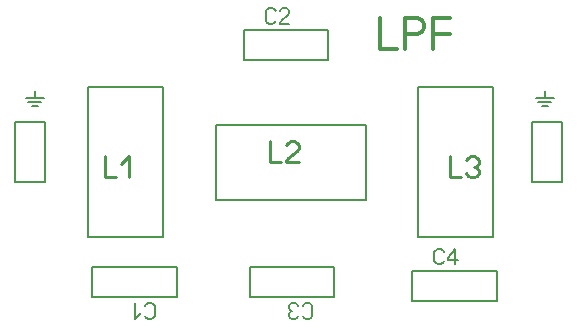
<source format=gbr>
%FSLAX34Y34*%
%MOMM*%
%LNSILK_TOP*%
G71*
G01*
%ADD10C,0.150*%
%ADD11C,0.167*%
%ADD12C,0.200*%
%ADD13C,0.333*%
%ADD14C,0.222*%
%LPD*%
G54D10*
X73825Y59040D02*
X73824Y33640D01*
X145425Y33640D01*
X145424Y59040D01*
X73825Y59040D01*
G54D11*
X118480Y25749D02*
X119480Y27415D01*
X121480Y28249D01*
X123480Y28249D01*
X125480Y27415D01*
X126480Y25749D01*
X126480Y17415D01*
X125480Y15749D01*
X123480Y14915D01*
X121480Y14915D01*
X119480Y15749D01*
X118480Y17415D01*
G54D11*
X114813Y19915D02*
X109813Y14915D01*
X109813Y28249D01*
G54D10*
X69850Y84100D02*
X133350Y84100D01*
X133350Y211100D01*
X69850Y211100D01*
X69850Y84100D01*
G54D10*
X178650Y179264D02*
X178650Y115764D01*
X305650Y115764D01*
X305650Y179264D01*
X178650Y179264D01*
G54D10*
X207175Y59040D02*
X207174Y33640D01*
X278775Y33640D01*
X278774Y59040D01*
X207175Y59040D01*
G54D11*
X251830Y25749D02*
X252830Y27415D01*
X254830Y28249D01*
X256830Y28249D01*
X258830Y27415D01*
X259830Y25749D01*
X259830Y17415D01*
X258830Y15749D01*
X256830Y14915D01*
X254830Y14915D01*
X252830Y15749D01*
X251830Y17415D01*
G54D11*
X248163Y17415D02*
X247163Y15749D01*
X245163Y14915D01*
X243163Y14915D01*
X241163Y15749D01*
X240163Y17415D01*
X240163Y19082D01*
X241163Y20749D01*
X243163Y21582D01*
X241163Y22415D01*
X240163Y24082D01*
X240163Y25749D01*
X241163Y27415D01*
X243163Y28249D01*
X245163Y28249D01*
X247163Y27415D01*
X248163Y25749D01*
G54D10*
X349250Y84100D02*
X412750Y84100D01*
X412750Y211100D01*
X349250Y211100D01*
X349250Y84100D01*
G54D10*
X273575Y234142D02*
X273575Y259542D01*
X201975Y259542D01*
X201975Y234142D01*
X273575Y234142D01*
G54D11*
X228919Y267433D02*
X227919Y265767D01*
X225919Y264933D01*
X223919Y264933D01*
X221919Y265767D01*
X220919Y267433D01*
X220919Y275767D01*
X221919Y277433D01*
X223919Y278267D01*
X225919Y278267D01*
X227919Y277433D01*
X228919Y275767D01*
G54D11*
X240586Y264933D02*
X232586Y264933D01*
X232586Y265767D01*
X233586Y267433D01*
X239586Y272433D01*
X240586Y274100D01*
X240586Y275767D01*
X239586Y277433D01*
X237586Y278267D01*
X235586Y278267D01*
X233586Y277433D01*
X232586Y275767D01*
G54D10*
X8004Y181937D02*
X33404Y181937D01*
X33404Y131137D01*
X8004Y131137D01*
X8004Y181937D01*
G54D10*
X446154Y181937D02*
X471554Y181937D01*
X471554Y131137D01*
X446154Y131137D01*
X446154Y181937D01*
G54D12*
X25154Y208385D02*
X25154Y202035D01*
G54D12*
X33091Y202035D02*
X17216Y202035D01*
G54D12*
X19597Y198860D02*
X30710Y198860D01*
G54D12*
X27535Y195685D02*
X22773Y195685D01*
G54D12*
X456954Y208385D02*
X456954Y202035D01*
G54D12*
X464891Y202035D02*
X449016Y202035D01*
G54D12*
X451397Y198860D02*
X462510Y198860D01*
G54D12*
X459335Y195685D02*
X454573Y195685D01*
G54D13*
X317534Y269920D02*
X317534Y243253D01*
X331534Y243253D01*
G54D13*
X338867Y243253D02*
X338867Y269920D01*
X348867Y269920D01*
X352867Y268254D01*
X354867Y264920D01*
X354867Y261587D01*
X352867Y258254D01*
X348867Y256587D01*
X338867Y256587D01*
G54D13*
X362200Y243253D02*
X362200Y269920D01*
X376200Y269920D01*
G54D13*
X362200Y256587D02*
X376200Y256587D01*
G54D14*
X84131Y152800D02*
X84131Y135023D01*
X93464Y135023D01*
G54D14*
X98353Y146134D02*
X105020Y152800D01*
X105020Y135023D01*
G54D14*
X223831Y165500D02*
X223831Y147723D01*
X233164Y147723D01*
G54D14*
X248720Y147723D02*
X238053Y147723D01*
X238053Y148834D01*
X239386Y151056D01*
X247386Y157723D01*
X248720Y159945D01*
X248720Y162167D01*
X247386Y164389D01*
X244720Y165500D01*
X242053Y165500D01*
X239386Y164389D01*
X238053Y162167D01*
G54D14*
X376231Y152800D02*
X376231Y135023D01*
X385564Y135023D01*
G54D14*
X390453Y149467D02*
X391786Y151689D01*
X394453Y152800D01*
X397120Y152800D01*
X399786Y151689D01*
X401120Y149467D01*
X401120Y147245D01*
X399786Y145023D01*
X397120Y143912D01*
X399786Y142800D01*
X401120Y140578D01*
X401120Y138356D01*
X399786Y136134D01*
X397120Y135023D01*
X394453Y135023D01*
X391786Y136134D01*
X390453Y138356D01*
G54D10*
X416020Y30585D02*
X416020Y55986D01*
X344420Y55986D01*
X344420Y30586D01*
X416020Y30585D01*
G54D11*
X371364Y63877D02*
X370364Y62211D01*
X368364Y61377D01*
X366364Y61377D01*
X364364Y62210D01*
X363364Y63877D01*
X363364Y72211D01*
X364364Y73877D01*
X366364Y74711D01*
X368364Y74711D01*
X370364Y73877D01*
X371364Y72211D01*
G54D11*
X381031Y61377D02*
X381031Y74711D01*
X375031Y66377D01*
X375031Y64711D01*
X383031Y64711D01*
M02*

</source>
